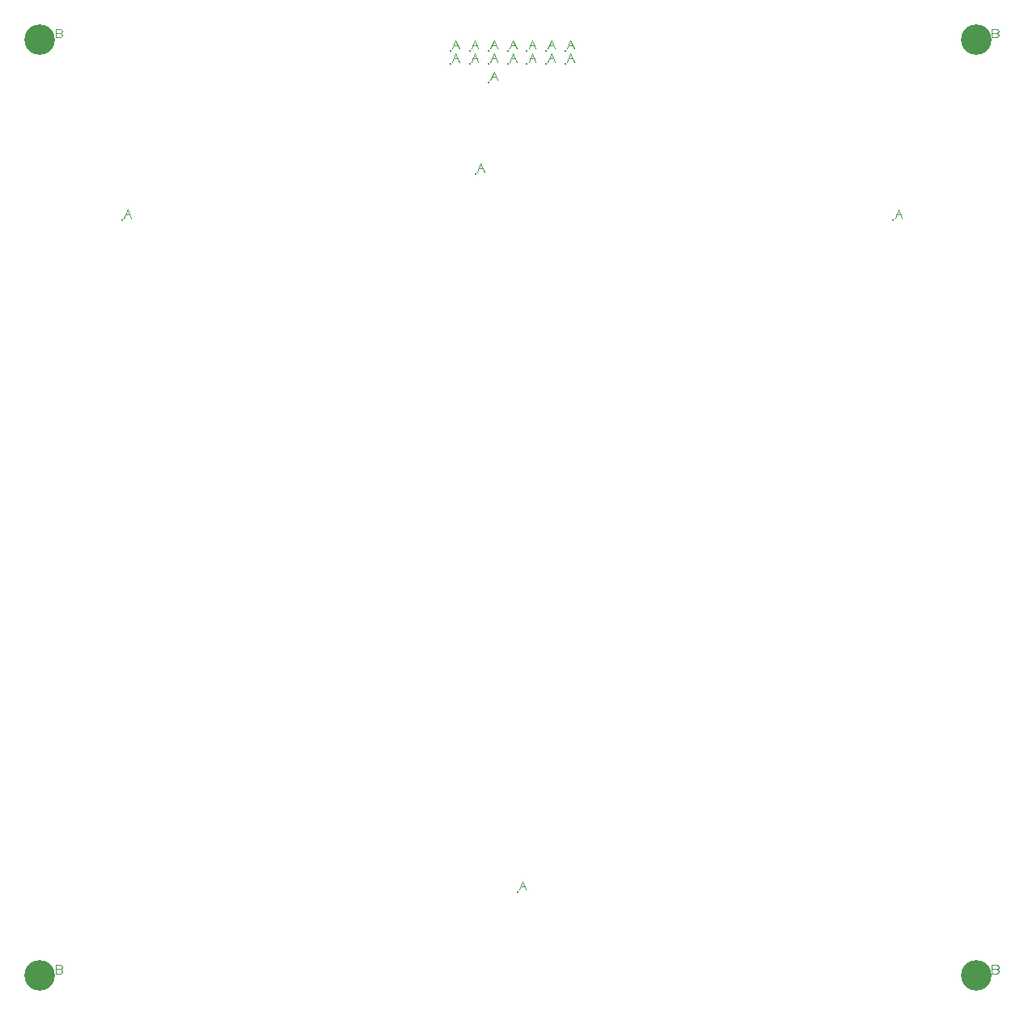
<source format=gbr>
G04 GENERATED BY PULSONIX 7.0 GERBER.DLL 4573*
%INHILLSTAR_80X80_EL_V1_0*%
%LNGERBER_DRILL*%
%FSLAX33Y33*%
%IPPOS*%
%LPD*%
%OFA0B0*%
%MOMM*%
%ADD15C,0.125*%
%ADD146C,0.250*%
%ADD698C,3.200*%
X0Y0D02*
D02*
D15*
X84055Y79524D02*
X84202Y79450D01*
X84276Y79303*
X84202Y79156*
X84055Y79083*
X83541*
Y79965*
X84055*
X84202Y79891*
X84276Y79744*
X84202Y79597*
X84055Y79524*
X83541*
X84055Y177524D02*
X84202Y177450D01*
X84276Y177303*
X84202Y177156*
X84055Y177083*
X83541*
Y177965*
X84055*
X84202Y177891*
X84276Y177744*
X84202Y177597*
X84055Y177524*
X83541*
X90716Y158148D02*
X91083Y159030D01*
X91451Y158148*
X90863Y158515D02*
X91304Y158515D01*
X125066Y174483D02*
X125433Y175365D01*
X125801Y174483*
X125213Y174850D02*
X125654Y174850D01*
X125066Y175883D02*
X125433Y176765D01*
X125801Y175883*
X125213Y176250D02*
X125654Y176250D01*
X127066Y174483D02*
X127433Y175365D01*
X127801Y174483*
X127213Y174850D02*
X127654Y174850D01*
X127066Y175883D02*
X127433Y176765D01*
X127801Y175883*
X127213Y176250D02*
X127654Y176250D01*
X127666Y162983D02*
X128033Y163865D01*
X128401Y162983*
X127813Y163350D02*
X128254Y163350D01*
X129066Y172598D02*
X129433Y173480D01*
X129801Y172598*
X129213Y172965D02*
X129654Y172965D01*
X129066Y174483D02*
X129433Y175365D01*
X129801Y174483*
X129213Y174850D02*
X129654Y174850D01*
X129066Y175883D02*
X129433Y176765D01*
X129801Y175883*
X129213Y176250D02*
X129654Y176250D01*
X131066Y174483D02*
X131433Y175365D01*
X131801Y174483*
X131213Y174850D02*
X131654Y174850D01*
X131066Y175883D02*
X131433Y176765D01*
X131801Y175883*
X131213Y176250D02*
X131654Y176250D01*
X132066Y87818D02*
X132433Y88700D01*
X132801Y87818*
X132213Y88185D02*
X132654Y88185D01*
X133066Y174483D02*
X133433Y175365D01*
X133801Y174483*
X133213Y174850D02*
X133654Y174850D01*
X133066Y175883D02*
X133433Y176765D01*
X133801Y175883*
X133213Y176250D02*
X133654Y176250D01*
X135066Y174483D02*
X135433Y175365D01*
X135801Y174483*
X135213Y174850D02*
X135654Y174850D01*
X135066Y175883D02*
X135433Y176765D01*
X135801Y175883*
X135213Y176250D02*
X135654Y176250D01*
X137066Y174483D02*
X137433Y175365D01*
X137801Y174483*
X137213Y174850D02*
X137654Y174850D01*
X137066Y175883D02*
X137433Y176765D01*
X137801Y175883*
X137213Y176250D02*
X137654Y176250D01*
X171416Y158148D02*
X171783Y159030D01*
X172151Y158148*
X171563Y158515D02*
X172004Y158515D01*
X182055Y79524D02*
X182202Y79450D01*
X182276Y79303*
X182202Y79156*
X182055Y79083*
X181541*
Y79965*
X182055*
X182202Y79891*
X182276Y79744*
X182202Y79597*
X182055Y79524*
X181541*
X182055Y177524D02*
X182202Y177450D01*
X182276Y177303*
X182202Y177156*
X182055Y177083*
X181541*
Y177965*
X182055*
X182202Y177891*
X182276Y177744*
X182202Y177597*
X182055Y177524*
X181541*
D02*
D146*
X90528Y157927D03*
X124878Y174262D03*
Y175662D03*
X126878Y174262D03*
Y175662D03*
X127478Y162762D03*
X128878Y172377D03*
Y174262D03*
Y175662D03*
X130878Y174262D03*
Y175662D03*
X131878Y87597D03*
X132878Y174262D03*
Y175662D03*
X134878Y174262D03*
Y175662D03*
X136878Y174262D03*
Y175662D03*
X171228Y157927D03*
D02*
D698*
X81878Y78862D03*
Y176862D03*
X179878Y78862D03*
Y176862D03*
X0Y0D02*
M02*

</source>
